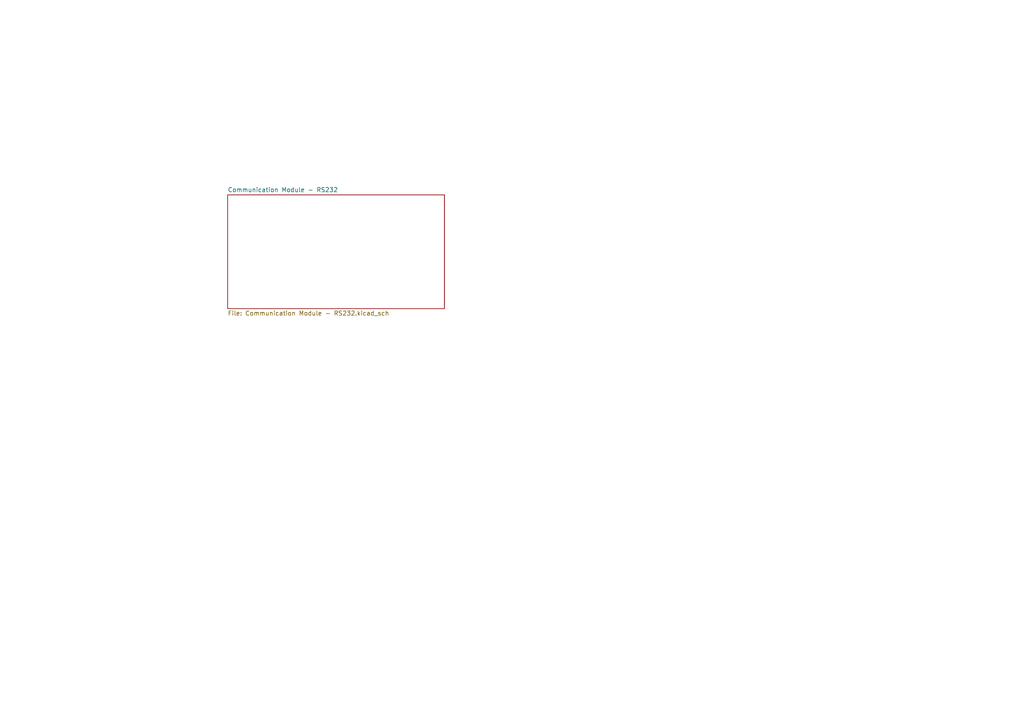
<source format=kicad_sch>
(kicad_sch
	(version 20231120)
	(generator "eeschema")
	(generator_version "8.0")
	(uuid "bf003cea-2cba-41a4-815a-87ea26ca1379")
	(paper "A4")
	(title_block
		(title "SUNSO Thermal WTP-150")
	)
	(lib_symbols)
	(sheet
		(at 66.04 56.515)
		(size 62.865 33.02)
		(fields_autoplaced yes)
		(stroke
			(width 0.1524)
			(type solid)
		)
		(fill
			(color 0 0 0 0.0000)
		)
		(uuid "83b7e4de-1e26-41e1-95aa-172b92cc44ce")
		(property "Sheetname" "Communication Module - RS232"
			(at 66.04 55.8034 0)
			(effects
				(font
					(size 1.27 1.27)
				)
				(justify left bottom)
			)
		)
		(property "Sheetfile" "Communication Module - RS232.kicad_sch"
			(at 66.04 90.1196 0)
			(effects
				(font
					(size 1.27 1.27)
				)
				(justify left top)
			)
		)
		(instances
			(project "SUNSO Thermal WTP-150"
				(path "/bf003cea-2cba-41a4-815a-87ea26ca1379"
					(page "2")
				)
			)
		)
	)
	(sheet_instances
		(path "/"
			(page "1")
		)
	)
)

</source>
